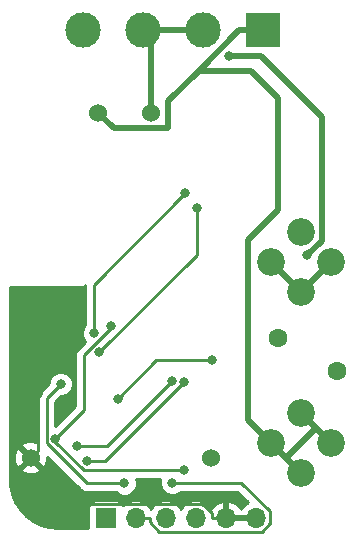
<source format=gbr>
G04 #@! TF.GenerationSoftware,KiCad,Pcbnew,(5.0.1)-4*
G04 #@! TF.CreationDate,2019-04-29T20:25:54+02:00*
G04 #@! TF.ProjectId,MyWallSwitch,4D7957616C6C5377697463682E6B6963,2*
G04 #@! TF.SameCoordinates,Original*
G04 #@! TF.FileFunction,Copper,L2,Bot,Signal*
G04 #@! TF.FilePolarity,Positive*
%FSLAX46Y46*%
G04 Gerber Fmt 4.6, Leading zero omitted, Abs format (unit mm)*
G04 Created by KiCad (PCBNEW (5.0.1)-4) date 29.04.2019 20:25:54*
%MOMM*%
%LPD*%
G01*
G04 APERTURE LIST*
G04 #@! TA.AperFunction,ComponentPad*
%ADD10C,3.000000*%
G04 #@! TD*
G04 #@! TA.AperFunction,ComponentPad*
%ADD11R,3.000000X3.000000*%
G04 #@! TD*
G04 #@! TA.AperFunction,ComponentPad*
%ADD12C,2.350000*%
G04 #@! TD*
G04 #@! TA.AperFunction,ComponentPad*
%ADD13O,1.700000X1.700000*%
G04 #@! TD*
G04 #@! TA.AperFunction,ComponentPad*
%ADD14R,1.700000X1.700000*%
G04 #@! TD*
G04 #@! TA.AperFunction,ComponentPad*
%ADD15C,1.524000*%
G04 #@! TD*
G04 #@! TA.AperFunction,ComponentPad*
%ADD16C,1.600000*%
G04 #@! TD*
G04 #@! TA.AperFunction,ViaPad*
%ADD17C,0.800000*%
G04 #@! TD*
G04 #@! TA.AperFunction,Conductor*
%ADD18C,0.250000*%
G04 #@! TD*
G04 #@! TA.AperFunction,Conductor*
%ADD19C,0.500000*%
G04 #@! TD*
G04 #@! TA.AperFunction,Conductor*
%ADD20C,0.254000*%
G04 #@! TD*
G04 APERTURE END LIST*
D10*
G04 #@! TO.P,J1,4*
G04 #@! TO.N,L_OUT*
X131445000Y-76835000D03*
D11*
G04 #@! TO.P,J1,1*
G04 #@! TO.N,Net-(F1-Pad1)*
X146685000Y-76835000D03*
D10*
G04 #@! TO.P,J1,3*
G04 #@! TO.N,Net-(J1-Pad2)*
X136525000Y-76835000D03*
G04 #@! TO.P,J1,2*
X141605000Y-76835000D03*
G04 #@! TD*
D12*
G04 #@! TO.P,F1,2*
G04 #@! TO.N,L_IN*
X149860000Y-98980000D03*
X149860000Y-93900000D03*
G04 #@! TO.P,F1,1*
G04 #@! TO.N,Net-(F1-Pad1)*
X149860000Y-109220000D03*
X149860000Y-114300000D03*
G04 #@! TO.P,F1,2*
G04 #@! TO.N,L_IN*
X152400000Y-96440000D03*
X147320000Y-96440000D03*
G04 #@! TO.P,F1,1*
G04 #@! TO.N,Net-(F1-Pad1)*
X152400000Y-111760000D03*
X147320000Y-111760000D03*
G04 #@! TD*
D13*
G04 #@! TO.P,J2,6*
G04 #@! TO.N,GND*
X146050000Y-118110000D03*
G04 #@! TO.P,J2,5*
X143510000Y-118110000D03*
G04 #@! TO.P,J2,4*
G04 #@! TO.N,VCC*
X140970000Y-118110000D03*
G04 #@! TO.P,J2,3*
G04 #@! TO.N,Net-(J2-Pad3)*
X138430000Y-118110000D03*
G04 #@! TO.P,J2,2*
G04 #@! TO.N,Net-(J2-Pad2)*
X135890000Y-118110000D03*
D14*
G04 #@! TO.P,J2,1*
G04 #@! TO.N,Net-(C4-Pad1)*
X133350000Y-118110000D03*
G04 #@! TD*
D15*
G04 #@! TO.P,U1,1*
G04 #@! TO.N,Net-(F1-Pad1)*
X132715000Y-83820000D03*
G04 #@! TO.P,U1,2*
G04 #@! TO.N,Net-(J1-Pad2)*
X137160000Y-83820000D03*
G04 #@! TO.P,U1,3*
G04 #@! TO.N,GND*
X127000000Y-113030000D03*
G04 #@! TO.P,U1,4*
G04 #@! TO.N,VCC*
X142240000Y-113030000D03*
G04 #@! TD*
D16*
G04 #@! TO.P,RV1,2*
G04 #@! TO.N,Net-(J1-Pad2)*
X152955000Y-105670000D03*
G04 #@! TO.P,RV1,1*
G04 #@! TO.N,Net-(F1-Pad1)*
X147955000Y-102870000D03*
G04 #@! TD*
D17*
G04 #@! TO.N,Net-(C1-Pad1)*
X142363000Y-104766000D03*
X134346000Y-108058000D03*
G04 #@! TO.N,GND*
X127620000Y-107679000D03*
G04 #@! TO.N,Net-(C3-Pad2)*
X129060000Y-111475000D03*
X133823000Y-101870000D03*
X139960000Y-114113000D03*
G04 #@! TO.N,Net-(C4-Pad2)*
X129540000Y-106785000D03*
X134935000Y-115216000D03*
G04 #@! TO.N,Net-(J1-Pad2)*
X143822000Y-79052500D03*
X150428000Y-95872200D03*
G04 #@! TO.N,Net-(J2-Pad2)*
X138980000Y-115162000D03*
G04 #@! TO.N,Net-(J3-Pad3)*
X141060000Y-91936300D03*
X132790000Y-104125000D03*
G04 #@! TO.N,Net-(J3-Pad1)*
X140091000Y-90657800D03*
X132346000Y-102504000D03*
G04 #@! TO.N,Net-(U2-Pad8)*
X130889000Y-112052000D03*
X138975000Y-106562000D03*
G04 #@! TO.N,Net-(U2-Pad7)*
X131754000Y-113302000D03*
X139996000Y-106623000D03*
G04 #@! TD*
D18*
G04 #@! TO.N,Net-(C1-Pad1)*
X134346000Y-108058000D02*
X137638000Y-104766000D01*
X137638000Y-104766000D02*
X142363000Y-104766000D01*
G04 #@! TO.N,GND*
X143510000Y-118110000D02*
X146050000Y-118110000D01*
X127000000Y-113030000D02*
X130905000Y-116935000D01*
X130905000Y-116935000D02*
X141527000Y-116935000D01*
X141527000Y-116935000D02*
X142335000Y-117743000D01*
X142335000Y-117743000D02*
X142335000Y-118110000D01*
X142335000Y-118110000D02*
X143510000Y-118110000D01*
X127000000Y-113030000D02*
X127620000Y-112410000D01*
X127620000Y-112410000D02*
X127620000Y-107679000D01*
G04 #@! TO.N,Net-(C3-Pad2)*
X129060000Y-111475000D02*
X131547000Y-108989000D01*
X131547000Y-108989000D02*
X131547000Y-108788000D01*
X131547000Y-108788000D02*
X131532000Y-108773000D01*
X131532000Y-108773000D02*
X131532000Y-104344000D01*
X131532000Y-104344000D02*
X133823000Y-102052000D01*
X133823000Y-102052000D02*
X133823000Y-101870000D01*
X129060000Y-111475000D02*
X129060000Y-111697000D01*
X129060000Y-111697000D02*
X131476000Y-114113000D01*
X131476000Y-114113000D02*
X139960000Y-114113000D01*
G04 #@! TO.N,Net-(C4-Pad2)*
X129540000Y-106785000D02*
X128335000Y-107990000D01*
X128335000Y-107990000D02*
X128335000Y-111827000D01*
X128335000Y-111827000D02*
X131724000Y-115216000D01*
X131724000Y-115216000D02*
X134935000Y-115216000D01*
D19*
G04 #@! TO.N,Net-(F1-Pad1)*
X148590000Y-113030000D02*
X147320000Y-111760000D01*
X149860000Y-114300000D02*
X148590000Y-113030000D01*
X151130000Y-110490000D02*
X149860000Y-109220000D01*
X152400000Y-111760000D02*
X151130000Y-110490000D01*
X151130000Y-110490000D02*
X148590000Y-113030000D01*
X141215000Y-80254900D02*
X138658000Y-82811700D01*
X138658000Y-82811700D02*
X138658000Y-85158900D01*
X138658000Y-85158900D02*
X134054000Y-85158900D01*
X134054000Y-85158900D02*
X132715000Y-83820000D01*
X146685000Y-76835000D02*
X144635000Y-76835000D01*
X144635000Y-76835000D02*
X141215000Y-80254900D01*
X141215000Y-80254900D02*
X145660000Y-80254900D01*
X145660000Y-80254900D02*
X147955000Y-82550000D01*
X147955000Y-82550000D02*
X147955000Y-92075000D01*
X147955000Y-92075000D02*
X145415000Y-94615000D01*
X145415000Y-94615000D02*
X145415000Y-109855000D01*
X145415000Y-109855000D02*
X147320000Y-111760000D01*
G04 #@! TO.N,L_IN*
X152400000Y-96440000D02*
X149860000Y-98980000D01*
X147320000Y-96440000D02*
X149860000Y-98980000D01*
G04 #@! TO.N,Net-(J1-Pad2)*
X137160000Y-76835000D02*
X136525000Y-76835000D01*
X141605000Y-76835000D02*
X137160000Y-76835000D01*
X150428000Y-95872200D02*
X151652000Y-94648400D01*
X151652000Y-94648400D02*
X151652000Y-84189400D01*
X151652000Y-84189400D02*
X146515000Y-79052500D01*
X146515000Y-79052500D02*
X143822000Y-79052500D01*
X137160000Y-76835000D02*
X137160000Y-83820000D01*
D18*
G04 #@! TO.N,Net-(J2-Pad2)*
X135890000Y-118110000D02*
X137065000Y-118110000D01*
X137065000Y-118110000D02*
X137065000Y-118477000D01*
X137065000Y-118477000D02*
X137873000Y-119285000D01*
X137873000Y-119285000D02*
X146554000Y-119285000D01*
X146554000Y-119285000D02*
X147242000Y-118597000D01*
X147242000Y-118597000D02*
X147242000Y-117589000D01*
X147242000Y-117589000D02*
X144814000Y-115162000D01*
X144814000Y-115162000D02*
X138980000Y-115162000D01*
G04 #@! TO.N,Net-(J3-Pad3)*
X141060000Y-91936300D02*
X141060000Y-95855100D01*
X141060000Y-95855100D02*
X132790000Y-104125000D01*
G04 #@! TO.N,Net-(J3-Pad1)*
X132346000Y-102504000D02*
X132346000Y-98403000D01*
X132346000Y-98403000D02*
X140091000Y-90657800D01*
G04 #@! TO.N,Net-(U2-Pad8)*
X138975000Y-106562000D02*
X133486000Y-112052000D01*
X133486000Y-112052000D02*
X130889000Y-112052000D01*
G04 #@! TO.N,Net-(U2-Pad7)*
X139996000Y-106623000D02*
X133316000Y-113302000D01*
X133316000Y-113302000D02*
X131754000Y-113302000D01*
G04 #@! TD*
D20*
G04 #@! TO.N,GND*
G36*
X131586001Y-98477858D02*
X131586000Y-101800289D01*
X131468569Y-101917720D01*
X131311000Y-102298126D01*
X131311000Y-102709874D01*
X131468569Y-103090280D01*
X131589614Y-103211325D01*
X131047458Y-103753718D01*
X130984072Y-103796071D01*
X130941626Y-103859596D01*
X130941565Y-103859657D01*
X130898994Y-103923399D01*
X130816097Y-104047463D01*
X130816080Y-104047547D01*
X130816032Y-104047619D01*
X130786430Y-104196611D01*
X130772001Y-104269148D01*
X130772001Y-104269231D01*
X130757112Y-104344169D01*
X130772001Y-104418936D01*
X130772000Y-108689102D01*
X129095000Y-110365428D01*
X129095000Y-108304801D01*
X129579802Y-107820000D01*
X129745874Y-107820000D01*
X130126280Y-107662431D01*
X130417431Y-107371280D01*
X130575000Y-106990874D01*
X130575000Y-106579126D01*
X130417431Y-106198720D01*
X130126280Y-105907569D01*
X129745874Y-105750000D01*
X129334126Y-105750000D01*
X128953720Y-105907569D01*
X128662569Y-106198720D01*
X128505000Y-106579126D01*
X128505000Y-106745198D01*
X127850530Y-107399669D01*
X127787071Y-107442071D01*
X127619096Y-107693464D01*
X127575000Y-107915149D01*
X127575000Y-107915153D01*
X127560112Y-107990000D01*
X127575000Y-108064847D01*
X127575001Y-111751897D01*
X127207698Y-111620856D01*
X126652632Y-111648638D01*
X126268857Y-111807603D01*
X126199392Y-112049787D01*
X127000000Y-112850395D01*
X127014143Y-112836253D01*
X127193748Y-113015858D01*
X127179605Y-113030000D01*
X127980213Y-113830608D01*
X128222397Y-113761143D01*
X128409144Y-113237698D01*
X128395353Y-112962154D01*
X131133671Y-115700473D01*
X131176071Y-115763929D01*
X131239527Y-115806329D01*
X131427462Y-115931904D01*
X131475605Y-115941480D01*
X131649148Y-115976000D01*
X131649152Y-115976000D01*
X131724000Y-115990888D01*
X131798848Y-115976000D01*
X134231289Y-115976000D01*
X134348720Y-116093431D01*
X134729126Y-116251000D01*
X135140874Y-116251000D01*
X135521280Y-116093431D01*
X135812431Y-115802280D01*
X135970000Y-115421874D01*
X135970000Y-115010126D01*
X135913201Y-114873000D01*
X137979432Y-114873000D01*
X137945000Y-114956126D01*
X137945000Y-115367874D01*
X138102569Y-115748280D01*
X138393720Y-116039431D01*
X138774126Y-116197000D01*
X139185874Y-116197000D01*
X139566280Y-116039431D01*
X139683711Y-115922000D01*
X144499290Y-115922000D01*
X145377074Y-116799422D01*
X145283076Y-116838355D01*
X144854817Y-117228642D01*
X144780000Y-117387954D01*
X144705183Y-117228642D01*
X144276924Y-116838355D01*
X143866890Y-116668524D01*
X143637000Y-116789845D01*
X143637000Y-117983000D01*
X145923000Y-117983000D01*
X145923000Y-117963000D01*
X146177000Y-117963000D01*
X146177000Y-117983000D01*
X146197000Y-117983000D01*
X146197000Y-118237000D01*
X146177000Y-118237000D01*
X146177000Y-118257000D01*
X145923000Y-118257000D01*
X145923000Y-118237000D01*
X143637000Y-118237000D01*
X143637000Y-118257000D01*
X143383000Y-118257000D01*
X143383000Y-118237000D01*
X143363000Y-118237000D01*
X143363000Y-117983000D01*
X143383000Y-117983000D01*
X143383000Y-116789845D01*
X143153110Y-116668524D01*
X142743076Y-116838355D01*
X142314817Y-117228642D01*
X142253843Y-117358478D01*
X142040625Y-117039375D01*
X141549418Y-116711161D01*
X141116256Y-116625000D01*
X140823744Y-116625000D01*
X140390582Y-116711161D01*
X139899375Y-117039375D01*
X139700000Y-117337761D01*
X139500625Y-117039375D01*
X139009418Y-116711161D01*
X138576256Y-116625000D01*
X138283744Y-116625000D01*
X137850582Y-116711161D01*
X137359375Y-117039375D01*
X137160000Y-117337761D01*
X136960625Y-117039375D01*
X136469418Y-116711161D01*
X136036256Y-116625000D01*
X135743744Y-116625000D01*
X135310582Y-116711161D01*
X134819375Y-117039375D01*
X134807184Y-117057619D01*
X134798157Y-117012235D01*
X134657809Y-116802191D01*
X134447765Y-116661843D01*
X134200000Y-116612560D01*
X132500000Y-116612560D01*
X132252235Y-116661843D01*
X132042191Y-116802191D01*
X131901843Y-117012235D01*
X131852560Y-117260000D01*
X131852560Y-118960000D01*
X131860782Y-119001336D01*
X129350828Y-119001336D01*
X128574686Y-118930019D01*
X127857122Y-118727645D01*
X127188445Y-118397890D01*
X126591064Y-117951804D01*
X126084979Y-117404325D01*
X125687136Y-116773783D01*
X125410865Y-116081303D01*
X125262580Y-115335824D01*
X125240000Y-114904967D01*
X125240000Y-114010213D01*
X126199392Y-114010213D01*
X126268857Y-114252397D01*
X126792302Y-114439144D01*
X127347368Y-114411362D01*
X127731143Y-114252397D01*
X127800608Y-114010213D01*
X127000000Y-113209605D01*
X126199392Y-114010213D01*
X125240000Y-114010213D01*
X125240000Y-112822302D01*
X125590856Y-112822302D01*
X125618638Y-113377368D01*
X125777603Y-113761143D01*
X126019787Y-113830608D01*
X126820395Y-113030000D01*
X126019787Y-112229392D01*
X125777603Y-112298857D01*
X125590856Y-112822302D01*
X125240000Y-112822302D01*
X125240000Y-98552000D01*
X131445000Y-98552000D01*
X131493601Y-98542333D01*
X131534803Y-98514803D01*
X131562333Y-98473601D01*
X131572000Y-98425000D01*
X131572000Y-98407474D01*
X131586001Y-98477858D01*
X131586001Y-98477858D01*
G37*
X131586001Y-98477858D02*
X131586000Y-101800289D01*
X131468569Y-101917720D01*
X131311000Y-102298126D01*
X131311000Y-102709874D01*
X131468569Y-103090280D01*
X131589614Y-103211325D01*
X131047458Y-103753718D01*
X130984072Y-103796071D01*
X130941626Y-103859596D01*
X130941565Y-103859657D01*
X130898994Y-103923399D01*
X130816097Y-104047463D01*
X130816080Y-104047547D01*
X130816032Y-104047619D01*
X130786430Y-104196611D01*
X130772001Y-104269148D01*
X130772001Y-104269231D01*
X130757112Y-104344169D01*
X130772001Y-104418936D01*
X130772000Y-108689102D01*
X129095000Y-110365428D01*
X129095000Y-108304801D01*
X129579802Y-107820000D01*
X129745874Y-107820000D01*
X130126280Y-107662431D01*
X130417431Y-107371280D01*
X130575000Y-106990874D01*
X130575000Y-106579126D01*
X130417431Y-106198720D01*
X130126280Y-105907569D01*
X129745874Y-105750000D01*
X129334126Y-105750000D01*
X128953720Y-105907569D01*
X128662569Y-106198720D01*
X128505000Y-106579126D01*
X128505000Y-106745198D01*
X127850530Y-107399669D01*
X127787071Y-107442071D01*
X127619096Y-107693464D01*
X127575000Y-107915149D01*
X127575000Y-107915153D01*
X127560112Y-107990000D01*
X127575000Y-108064847D01*
X127575001Y-111751897D01*
X127207698Y-111620856D01*
X126652632Y-111648638D01*
X126268857Y-111807603D01*
X126199392Y-112049787D01*
X127000000Y-112850395D01*
X127014143Y-112836253D01*
X127193748Y-113015858D01*
X127179605Y-113030000D01*
X127980213Y-113830608D01*
X128222397Y-113761143D01*
X128409144Y-113237698D01*
X128395353Y-112962154D01*
X131133671Y-115700473D01*
X131176071Y-115763929D01*
X131239527Y-115806329D01*
X131427462Y-115931904D01*
X131475605Y-115941480D01*
X131649148Y-115976000D01*
X131649152Y-115976000D01*
X131724000Y-115990888D01*
X131798848Y-115976000D01*
X134231289Y-115976000D01*
X134348720Y-116093431D01*
X134729126Y-116251000D01*
X135140874Y-116251000D01*
X135521280Y-116093431D01*
X135812431Y-115802280D01*
X135970000Y-115421874D01*
X135970000Y-115010126D01*
X135913201Y-114873000D01*
X137979432Y-114873000D01*
X137945000Y-114956126D01*
X137945000Y-115367874D01*
X138102569Y-115748280D01*
X138393720Y-116039431D01*
X138774126Y-116197000D01*
X139185874Y-116197000D01*
X139566280Y-116039431D01*
X139683711Y-115922000D01*
X144499290Y-115922000D01*
X145377074Y-116799422D01*
X145283076Y-116838355D01*
X144854817Y-117228642D01*
X144780000Y-117387954D01*
X144705183Y-117228642D01*
X144276924Y-116838355D01*
X143866890Y-116668524D01*
X143637000Y-116789845D01*
X143637000Y-117983000D01*
X145923000Y-117983000D01*
X145923000Y-117963000D01*
X146177000Y-117963000D01*
X146177000Y-117983000D01*
X146197000Y-117983000D01*
X146197000Y-118237000D01*
X146177000Y-118237000D01*
X146177000Y-118257000D01*
X145923000Y-118257000D01*
X145923000Y-118237000D01*
X143637000Y-118237000D01*
X143637000Y-118257000D01*
X143383000Y-118257000D01*
X143383000Y-118237000D01*
X143363000Y-118237000D01*
X143363000Y-117983000D01*
X143383000Y-117983000D01*
X143383000Y-116789845D01*
X143153110Y-116668524D01*
X142743076Y-116838355D01*
X142314817Y-117228642D01*
X142253843Y-117358478D01*
X142040625Y-117039375D01*
X141549418Y-116711161D01*
X141116256Y-116625000D01*
X140823744Y-116625000D01*
X140390582Y-116711161D01*
X139899375Y-117039375D01*
X139700000Y-117337761D01*
X139500625Y-117039375D01*
X139009418Y-116711161D01*
X138576256Y-116625000D01*
X138283744Y-116625000D01*
X137850582Y-116711161D01*
X137359375Y-117039375D01*
X137160000Y-117337761D01*
X136960625Y-117039375D01*
X136469418Y-116711161D01*
X136036256Y-116625000D01*
X135743744Y-116625000D01*
X135310582Y-116711161D01*
X134819375Y-117039375D01*
X134807184Y-117057619D01*
X134798157Y-117012235D01*
X134657809Y-116802191D01*
X134447765Y-116661843D01*
X134200000Y-116612560D01*
X132500000Y-116612560D01*
X132252235Y-116661843D01*
X132042191Y-116802191D01*
X131901843Y-117012235D01*
X131852560Y-117260000D01*
X131852560Y-118960000D01*
X131860782Y-119001336D01*
X129350828Y-119001336D01*
X128574686Y-118930019D01*
X127857122Y-118727645D01*
X127188445Y-118397890D01*
X126591064Y-117951804D01*
X126084979Y-117404325D01*
X125687136Y-116773783D01*
X125410865Y-116081303D01*
X125262580Y-115335824D01*
X125240000Y-114904967D01*
X125240000Y-114010213D01*
X126199392Y-114010213D01*
X126268857Y-114252397D01*
X126792302Y-114439144D01*
X127347368Y-114411362D01*
X127731143Y-114252397D01*
X127800608Y-114010213D01*
X127000000Y-113209605D01*
X126199392Y-114010213D01*
X125240000Y-114010213D01*
X125240000Y-112822302D01*
X125590856Y-112822302D01*
X125618638Y-113377368D01*
X125777603Y-113761143D01*
X126019787Y-113830608D01*
X126820395Y-113030000D01*
X126019787Y-112229392D01*
X125777603Y-112298857D01*
X125590856Y-112822302D01*
X125240000Y-112822302D01*
X125240000Y-98552000D01*
X131445000Y-98552000D01*
X131493601Y-98542333D01*
X131534803Y-98514803D01*
X131562333Y-98473601D01*
X131572000Y-98425000D01*
X131572000Y-98407474D01*
X131586001Y-98477858D01*
G04 #@! TD*
M02*

</source>
